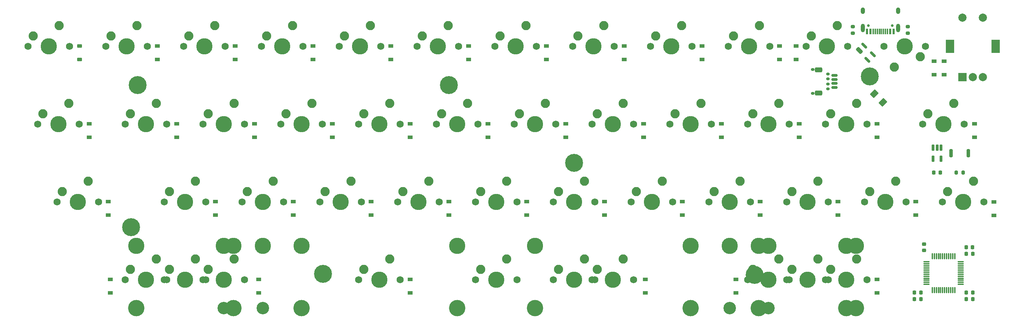
<source format=gbr>
G04 #@! TF.GenerationSoftware,KiCad,Pcbnew,8.0.8*
G04 #@! TF.CreationDate,2025-03-08T13:31:50+01:00*
G04 #@! TF.ProjectId,PowerVan,506f7765-7256-4616-9e2e-6b696361645f,rev?*
G04 #@! TF.SameCoordinates,Original*
G04 #@! TF.FileFunction,Soldermask,Bot*
G04 #@! TF.FilePolarity,Negative*
%FSLAX46Y46*%
G04 Gerber Fmt 4.6, Leading zero omitted, Abs format (unit mm)*
G04 Created by KiCad (PCBNEW 8.0.8) date 2025-03-08 13:31:50*
%MOMM*%
%LPD*%
G01*
G04 APERTURE LIST*
G04 Aperture macros list*
%AMRoundRect*
0 Rectangle with rounded corners*
0 $1 Rounding radius*
0 $2 $3 $4 $5 $6 $7 $8 $9 X,Y pos of 4 corners*
0 Add a 4 corners polygon primitive as box body*
4,1,4,$2,$3,$4,$5,$6,$7,$8,$9,$2,$3,0*
0 Add four circle primitives for the rounded corners*
1,1,$1+$1,$2,$3*
1,1,$1+$1,$4,$5*
1,1,$1+$1,$6,$7*
1,1,$1+$1,$8,$9*
0 Add four rect primitives between the rounded corners*
20,1,$1+$1,$2,$3,$4,$5,0*
20,1,$1+$1,$4,$5,$6,$7,0*
20,1,$1+$1,$6,$7,$8,$9,0*
20,1,$1+$1,$8,$9,$2,$3,0*%
G04 Aperture macros list end*
%ADD10C,1.750000*%
%ADD11C,3.987800*%
%ADD12C,2.250000*%
%ADD13R,2.000000X2.000000*%
%ADD14C,2.000000*%
%ADD15R,2.000000X3.200000*%
%ADD16C,4.400000*%
%ADD17C,4.000000*%
%ADD18C,3.048000*%
%ADD19R,1.200000X0.900000*%
%ADD20C,0.650000*%
%ADD21R,0.600000X1.450000*%
%ADD22R,0.300000X1.450000*%
%ADD23O,1.000000X1.600000*%
%ADD24O,1.000000X2.100000*%
%ADD25RoundRect,0.225000X-0.225000X-0.250000X0.225000X-0.250000X0.225000X0.250000X-0.225000X0.250000X0*%
%ADD26RoundRect,0.200000X-0.200000X-0.800000X0.200000X-0.800000X0.200000X0.800000X-0.200000X0.800000X0*%
%ADD27RoundRect,0.225000X0.250000X-0.225000X0.250000X0.225000X-0.250000X0.225000X-0.250000X-0.225000X0*%
%ADD28RoundRect,0.200000X0.275000X-0.200000X0.275000X0.200000X-0.275000X0.200000X-0.275000X-0.200000X0*%
%ADD29RoundRect,0.250001X0.768977X0.114905X0.114905X0.768977X-0.768977X-0.114905X-0.114905X-0.768977X0*%
%ADD30RoundRect,0.150000X0.625000X-0.150000X0.625000X0.150000X-0.625000X0.150000X-0.625000X-0.150000X0*%
%ADD31RoundRect,0.250000X0.650000X-0.350000X0.650000X0.350000X-0.650000X0.350000X-0.650000X-0.350000X0*%
%ADD32RoundRect,0.225000X0.225000X0.250000X-0.225000X0.250000X-0.225000X-0.250000X0.225000X-0.250000X0*%
%ADD33RoundRect,0.225000X0.375000X-0.225000X0.375000X0.225000X-0.375000X0.225000X-0.375000X-0.225000X0*%
%ADD34RoundRect,0.200000X-0.200000X-0.275000X0.200000X-0.275000X0.200000X0.275000X-0.200000X0.275000X0*%
%ADD35RoundRect,0.250000X-0.601041X0.247487X0.247487X-0.601041X0.601041X-0.247487X-0.247487X0.601041X0*%
%ADD36RoundRect,0.150000X-0.601041X0.388909X0.388909X-0.601041X0.601041X-0.388909X-0.388909X0.601041X0*%
%ADD37RoundRect,0.075000X0.075000X-0.662500X0.075000X0.662500X-0.075000X0.662500X-0.075000X-0.662500X0*%
%ADD38RoundRect,0.075000X0.662500X-0.075000X0.662500X0.075000X-0.662500X0.075000X-0.662500X-0.075000X0*%
%ADD39RoundRect,0.162500X-0.162500X0.617500X-0.162500X-0.617500X0.162500X-0.617500X0.162500X0.617500X0*%
%ADD40RoundRect,0.150000X0.275000X-0.150000X0.275000X0.150000X-0.275000X0.150000X-0.275000X-0.150000X0*%
%ADD41RoundRect,0.175000X0.225000X-0.175000X0.225000X0.175000X-0.225000X0.175000X-0.225000X-0.175000X0*%
G04 APERTURE END LIST*
D10*
X372745500Y-226219000D03*
D11*
X377825500Y-226219000D03*
D10*
X382905500Y-226219000D03*
D12*
X374015500Y-223679000D03*
X380365500Y-221139000D03*
D10*
X306070500Y-226219000D03*
D11*
X311150500Y-226219000D03*
D10*
X316230500Y-226219000D03*
D12*
X307340500Y-223679000D03*
X313690500Y-221139000D03*
D10*
X210820500Y-207169000D03*
D11*
X215900500Y-207169000D03*
D10*
X220980500Y-207169000D03*
D12*
X212090500Y-204629000D03*
X218440500Y-202089000D03*
D10*
X401320500Y-207169000D03*
D11*
X406400500Y-207169000D03*
D10*
X411480500Y-207169000D03*
D12*
X402590500Y-204629000D03*
X408940500Y-202089000D03*
D10*
X306070500Y-207169000D03*
D11*
X311150500Y-207169000D03*
D10*
X316230500Y-207169000D03*
D12*
X307340500Y-204629000D03*
X313690500Y-202089000D03*
D10*
X248920500Y-207169000D03*
D11*
X254000500Y-207169000D03*
D10*
X259080500Y-207169000D03*
D12*
X250190500Y-204629000D03*
X256540500Y-202089000D03*
D10*
X382270500Y-207169000D03*
D11*
X387350500Y-207169000D03*
D10*
X392430500Y-207169000D03*
D12*
X383540500Y-204629000D03*
X389890500Y-202089000D03*
D10*
X344170500Y-207169000D03*
D11*
X349250500Y-207169000D03*
D10*
X354330500Y-207169000D03*
D12*
X345440500Y-204629000D03*
X351790500Y-202089000D03*
D10*
X229870500Y-207169000D03*
D11*
X234950500Y-207169000D03*
D10*
X240030500Y-207169000D03*
D12*
X231140500Y-204629000D03*
X237490500Y-202089000D03*
D10*
X258445500Y-226219000D03*
D11*
X263525500Y-226219000D03*
D10*
X268605500Y-226219000D03*
D12*
X259715500Y-223679000D03*
X266065500Y-221139000D03*
D10*
X363220500Y-207169000D03*
D11*
X368300500Y-207169000D03*
D10*
X373380500Y-207169000D03*
D12*
X364490500Y-204629000D03*
X370840500Y-202089000D03*
D13*
X406286200Y-176612800D03*
D14*
X411286200Y-176612800D03*
X408786200Y-176612800D03*
D15*
X403186200Y-169112800D03*
X414386200Y-169112800D03*
D14*
X411286200Y-162112800D03*
X406286200Y-162112800D03*
D10*
X363220500Y-226219000D03*
D11*
X368300500Y-226219000D03*
D10*
X373380500Y-226219000D03*
D12*
X364490500Y-223679000D03*
X370840500Y-221139000D03*
D10*
X353695500Y-226219000D03*
D11*
X358775500Y-226219000D03*
D10*
X363855500Y-226219000D03*
D12*
X354965500Y-223679000D03*
X361315500Y-221139000D03*
D10*
X201295500Y-226219000D03*
D11*
X206375500Y-226219000D03*
D10*
X211455500Y-226219000D03*
D12*
X202565500Y-223679000D03*
X208915500Y-221139000D03*
D10*
X220345500Y-226219000D03*
D11*
X225425500Y-226219000D03*
D10*
X230505500Y-226219000D03*
D12*
X221615500Y-223679000D03*
X227965500Y-221139000D03*
D10*
X325120500Y-207169000D03*
D11*
X330200500Y-207169000D03*
D10*
X335280500Y-207169000D03*
D12*
X326390500Y-204629000D03*
X332740500Y-202089000D03*
D10*
X267970500Y-207169000D03*
D11*
X273050500Y-207169000D03*
D10*
X278130500Y-207169000D03*
D12*
X269240500Y-204629000D03*
X275590500Y-202089000D03*
D10*
X177483000Y-169069000D03*
D11*
X182563000Y-169069000D03*
D10*
X187643000Y-169069000D03*
D12*
X178753000Y-166529000D03*
X185103000Y-163989000D03*
D10*
X372745500Y-188119000D03*
D11*
X377825500Y-188119000D03*
D10*
X382905500Y-188119000D03*
D12*
X374015500Y-185579000D03*
X380365500Y-183039000D03*
D10*
X220345500Y-188119000D03*
D11*
X225425500Y-188119000D03*
D10*
X230505500Y-188119000D03*
D12*
X221615500Y-185579000D03*
X227965500Y-183039000D03*
D10*
X201295500Y-188119000D03*
D11*
X206375500Y-188119000D03*
D10*
X211455500Y-188119000D03*
D12*
X202565500Y-185579000D03*
X208915500Y-183039000D03*
D10*
X179864250Y-188119000D03*
D11*
X184944250Y-188119000D03*
D10*
X190024250Y-188119000D03*
D12*
X181134250Y-185579000D03*
X187484250Y-183039000D03*
D10*
X348933000Y-169069000D03*
D11*
X354013000Y-169069000D03*
D10*
X359093000Y-169069000D03*
D12*
X350203000Y-166529000D03*
X356553000Y-163989000D03*
D10*
X310833000Y-169069000D03*
D11*
X315913000Y-169069000D03*
D10*
X320993000Y-169069000D03*
D12*
X312103000Y-166529000D03*
X318453000Y-163989000D03*
D10*
X234633000Y-169069000D03*
D11*
X239713000Y-169069000D03*
D10*
X244793000Y-169069000D03*
D12*
X235903000Y-166529000D03*
X242253000Y-163989000D03*
D10*
X272733000Y-169069000D03*
D11*
X277813000Y-169069000D03*
D10*
X282893000Y-169069000D03*
D12*
X274003000Y-166529000D03*
X280353000Y-163989000D03*
D10*
X397193000Y-169069000D03*
D11*
X392113000Y-169069000D03*
D10*
X387033000Y-169069000D03*
D12*
X395923000Y-171609000D03*
X389573000Y-174149000D03*
D10*
X367983000Y-169069000D03*
D11*
X373063000Y-169069000D03*
D10*
X378143000Y-169069000D03*
D12*
X369253000Y-166529000D03*
X375603000Y-163989000D03*
D10*
X215583000Y-169069000D03*
D11*
X220663000Y-169069000D03*
D10*
X225743000Y-169069000D03*
D12*
X216853000Y-166529000D03*
X223203000Y-163989000D03*
D10*
X258445500Y-188119000D03*
D11*
X263525500Y-188119000D03*
D10*
X268605500Y-188119000D03*
D12*
X259715500Y-185579000D03*
X266065500Y-183039000D03*
D10*
X329883000Y-169069000D03*
D11*
X334963000Y-169069000D03*
D10*
X340043000Y-169069000D03*
D12*
X331153000Y-166529000D03*
X337503000Y-163989000D03*
D10*
X396558000Y-188119000D03*
D11*
X401638000Y-188119000D03*
D10*
X406718000Y-188119000D03*
D12*
X397828000Y-185579000D03*
X404178000Y-183039000D03*
D10*
X315595500Y-188119000D03*
D11*
X320675500Y-188119000D03*
D10*
X325755500Y-188119000D03*
D12*
X316865500Y-185579000D03*
X323215500Y-183039000D03*
D10*
X277495500Y-188119000D03*
D11*
X282575500Y-188119000D03*
D10*
X287655500Y-188119000D03*
D12*
X278765500Y-185579000D03*
X285115500Y-183039000D03*
D10*
X196533000Y-169069000D03*
D11*
X201613000Y-169069000D03*
D10*
X206693000Y-169069000D03*
D12*
X197803000Y-166529000D03*
X204153000Y-163989000D03*
D10*
X291783000Y-169069000D03*
D11*
X296863000Y-169069000D03*
D10*
X301943000Y-169069000D03*
D12*
X293053000Y-166529000D03*
X299403000Y-163989000D03*
D10*
X239395500Y-188119000D03*
D11*
X244475500Y-188119000D03*
D10*
X249555500Y-188119000D03*
D12*
X240665500Y-185579000D03*
X247015500Y-183039000D03*
D10*
X334645500Y-188119000D03*
D11*
X339725500Y-188119000D03*
D10*
X344805500Y-188119000D03*
D12*
X335915500Y-185579000D03*
X342265500Y-183039000D03*
D10*
X296545500Y-188119000D03*
D11*
X301625500Y-188119000D03*
D10*
X306705500Y-188119000D03*
D12*
X297815500Y-185579000D03*
X304165500Y-183039000D03*
D10*
X253683000Y-169069000D03*
D11*
X258763000Y-169069000D03*
D10*
X263843000Y-169069000D03*
D12*
X254953000Y-166529000D03*
X261303000Y-163989000D03*
D10*
X184626750Y-207169000D03*
D11*
X189706750Y-207169000D03*
D10*
X194786750Y-207169000D03*
D12*
X185896750Y-204629000D03*
X192246750Y-202089000D03*
D16*
X202762500Y-213367750D03*
X249712500Y-224817750D03*
X280562500Y-178594000D03*
X311212500Y-197644000D03*
X383612500Y-176467750D03*
X204362500Y-178593750D03*
D10*
X353684400Y-188117800D03*
D11*
X358764400Y-188117800D03*
D10*
X363844400Y-188117800D03*
D12*
X354954400Y-185577800D03*
X361304400Y-183037800D03*
D10*
X287020500Y-207169000D03*
D11*
X292100500Y-207169000D03*
D10*
X297180500Y-207169000D03*
D12*
X288290500Y-204629000D03*
X294640500Y-202089000D03*
D16*
X355369250Y-225103000D03*
D17*
X227806750Y-233204000D03*
D11*
X227806750Y-217964000D03*
D17*
X203994250Y-233204000D03*
D11*
X203994250Y-217964000D03*
D17*
X282575500Y-233204000D03*
D11*
X282575500Y-217964000D03*
D17*
X244475500Y-233204000D03*
D11*
X244475500Y-217964000D03*
D17*
X339725500Y-233204000D03*
D11*
X339725500Y-217964000D03*
D17*
X301625500Y-233204000D03*
D11*
X301625500Y-217964000D03*
D17*
X377825500Y-233204000D03*
D11*
X377825500Y-217964000D03*
D17*
X244475500Y-233204000D03*
D11*
X244475500Y-217964000D03*
D10*
X210820500Y-226219000D03*
D11*
X215900500Y-226219000D03*
D10*
X220980500Y-226219000D03*
D12*
X212090500Y-223679000D03*
X218440500Y-221139000D03*
D17*
X339725500Y-233204000D03*
D11*
X339725500Y-217964000D03*
D17*
X244475500Y-233204000D03*
D11*
X244475500Y-217964000D03*
D17*
X380206750Y-233204000D03*
D11*
X380206750Y-217964000D03*
D17*
X356394250Y-233204000D03*
D11*
X356394250Y-217964000D03*
D10*
X315595500Y-226219000D03*
D11*
X320675500Y-226219000D03*
D10*
X325755500Y-226219000D03*
D12*
X316865500Y-223679000D03*
X323215500Y-221139000D03*
D10*
X287020500Y-226219000D03*
D11*
X292100500Y-226219000D03*
D10*
X297180500Y-226219000D03*
D12*
X288290500Y-223679000D03*
X294640500Y-221139000D03*
D18*
X358775500Y-233204000D03*
D11*
X358775500Y-217964000D03*
D18*
X349250500Y-233204000D03*
D11*
X349250500Y-217964000D03*
D18*
X234950500Y-233204000D03*
D11*
X234950500Y-217964000D03*
D18*
X225425500Y-233204000D03*
D11*
X225425500Y-217964000D03*
D19*
X413957000Y-210470000D03*
X413957000Y-207170000D03*
X328613000Y-229512000D03*
X328613000Y-226212000D03*
X394859500Y-210462000D03*
X394859500Y-207162000D03*
X271034500Y-229512000D03*
X271034500Y-226212000D03*
X197644250Y-229456500D03*
X197644250Y-226156500D03*
X233950500Y-229512000D03*
X233950500Y-226212000D03*
X350838000Y-229456500D03*
X350838000Y-226156500D03*
X385334500Y-229512000D03*
X385334500Y-226212000D03*
X271034500Y-191412000D03*
X271034500Y-188112000D03*
X409258000Y-191412000D03*
X409258000Y-188112000D03*
X261509500Y-210462000D03*
X261509500Y-207162000D03*
X375809500Y-210462000D03*
X375809500Y-207162000D03*
X356759500Y-210462000D03*
X356759500Y-207162000D03*
X280559500Y-210462000D03*
X280559500Y-207162000D03*
X337709500Y-210462000D03*
X337709500Y-207162000D03*
X192469000Y-191412000D03*
X192469000Y-188112000D03*
X318659500Y-210462000D03*
X318659500Y-207162000D03*
X242459500Y-210462000D03*
X242459500Y-207162000D03*
X366284500Y-191412000D03*
X366284500Y-188112000D03*
X232934500Y-191412000D03*
X232934500Y-188112000D03*
X213884500Y-191412000D03*
X213884500Y-188112000D03*
X347234500Y-191412000D03*
X347234500Y-188112000D03*
X290084500Y-191412000D03*
X290084500Y-188112000D03*
X309134500Y-191412000D03*
X309134500Y-188112000D03*
X299609500Y-210462000D03*
X299609500Y-207162000D03*
X223409500Y-210462000D03*
X223409500Y-207162000D03*
X385334500Y-191412000D03*
X385334500Y-188112000D03*
X328184500Y-191412000D03*
X328184500Y-188112000D03*
X251984500Y-191412000D03*
X251984500Y-188112000D03*
X342503750Y-172298500D03*
X342503750Y-168998500D03*
X399352000Y-172753000D03*
X399352000Y-176053000D03*
X365570000Y-172306500D03*
X365570000Y-169006500D03*
X323453750Y-172298500D03*
X323453750Y-168998500D03*
X209153750Y-172298500D03*
X209153750Y-168998500D03*
X304403750Y-172298500D03*
X304403750Y-168998500D03*
X285353750Y-172298500D03*
X285353750Y-168998500D03*
X266303750Y-172298500D03*
X266303750Y-168998500D03*
X228203750Y-172298500D03*
X228203750Y-168998500D03*
X247253750Y-172298500D03*
X247253750Y-168998500D03*
X401765000Y-176053000D03*
X401765000Y-172753000D03*
X361506000Y-172298500D03*
X361506000Y-168998500D03*
X197168000Y-210462000D03*
X197168000Y-207162000D03*
D20*
X383269500Y-164055250D03*
X389049500Y-164055250D03*
D21*
X382909500Y-165500250D03*
X383709500Y-165500250D03*
D22*
X384909500Y-165500250D03*
X385909500Y-165500250D03*
X386409500Y-165500250D03*
X387409500Y-165500250D03*
D21*
X388609500Y-165500250D03*
X389409500Y-165500250D03*
X389409500Y-165500250D03*
X388609500Y-165500250D03*
D22*
X387909500Y-165500250D03*
X386909500Y-165500250D03*
X385409500Y-165500250D03*
X384409500Y-165500250D03*
D21*
X383709500Y-165500250D03*
X382909500Y-165500250D03*
D23*
X381839500Y-160405250D03*
D24*
X381839500Y-164585250D03*
D23*
X390479500Y-160405250D03*
D24*
X390479500Y-164585250D03*
D25*
X407213000Y-230981500D03*
X408763000Y-230981500D03*
D26*
X403506750Y-195262750D03*
X407706750Y-195262750D03*
D27*
X396875500Y-219075250D03*
X396875500Y-217525250D03*
D28*
X392906750Y-165925250D03*
X392906750Y-164275250D03*
D29*
X386814821Y-182820821D03*
X384711179Y-180717179D03*
D30*
X374956553Y-179200250D03*
X374956553Y-178200250D03*
X374956553Y-177200250D03*
X374956553Y-176200250D03*
D31*
X371081553Y-180500250D03*
X371081553Y-174900250D03*
D28*
X379413000Y-165925250D03*
X379413000Y-164275250D03*
D25*
X399275500Y-200025250D03*
X400825500Y-200025250D03*
D32*
X396063000Y-230981500D03*
X394513000Y-230981500D03*
D25*
X407213000Y-229394000D03*
X408763000Y-229394000D03*
D33*
X190100500Y-172306500D03*
X190100500Y-169006500D03*
D34*
X404781750Y-200025250D03*
X406431750Y-200025250D03*
D35*
X380997010Y-170126170D03*
D36*
X382199091Y-168924088D03*
X384320412Y-171045409D03*
X382976909Y-172388912D03*
D32*
X396063000Y-229394000D03*
X394513000Y-229394000D03*
D25*
X407213000Y-219869000D03*
X408763000Y-219869000D03*
D37*
X404388000Y-228794000D03*
X403888000Y-228794000D03*
X403388000Y-228794000D03*
X402888000Y-228794000D03*
X402388000Y-228794000D03*
X401888000Y-228794000D03*
X401388000Y-228794000D03*
X400888000Y-228794000D03*
X400388000Y-228794000D03*
X399888000Y-228794000D03*
X399388000Y-228794000D03*
X398888000Y-228794000D03*
D38*
X397475500Y-227381500D03*
X397475500Y-226881500D03*
X397475500Y-226381500D03*
X397475500Y-225881500D03*
X397475500Y-225381500D03*
X397475500Y-224881500D03*
X397475500Y-224381500D03*
X397475500Y-223881500D03*
X397475500Y-223381500D03*
X397475500Y-222881500D03*
X397475500Y-222381500D03*
X397475500Y-221881500D03*
D37*
X398888000Y-220469000D03*
X399388000Y-220469000D03*
X399888000Y-220469000D03*
X400388000Y-220469000D03*
X400888000Y-220469000D03*
X401388000Y-220469000D03*
X401888000Y-220469000D03*
X402388000Y-220469000D03*
X402888000Y-220469000D03*
X403388000Y-220469000D03*
X403888000Y-220469000D03*
X404388000Y-220469000D03*
D38*
X405800500Y-221881500D03*
X405800500Y-222381500D03*
X405800500Y-222881500D03*
X405800500Y-223381500D03*
X405800500Y-223881500D03*
X405800500Y-224381500D03*
X405800500Y-224881500D03*
X405800500Y-225381500D03*
X405800500Y-225881500D03*
X405800500Y-226381500D03*
X405800500Y-226881500D03*
X405800500Y-227381500D03*
D25*
X407194250Y-218281500D03*
X408744250Y-218281500D03*
D39*
X399100500Y-193912750D03*
X400050500Y-193912750D03*
X401000500Y-193912750D03*
X401000500Y-196612750D03*
X399100500Y-196612750D03*
D40*
X373350500Y-179500250D03*
X373350500Y-178300250D03*
X373350500Y-177100250D03*
X373350500Y-175900250D03*
D41*
X369575500Y-180650250D03*
X369575500Y-174750250D03*
M02*

</source>
